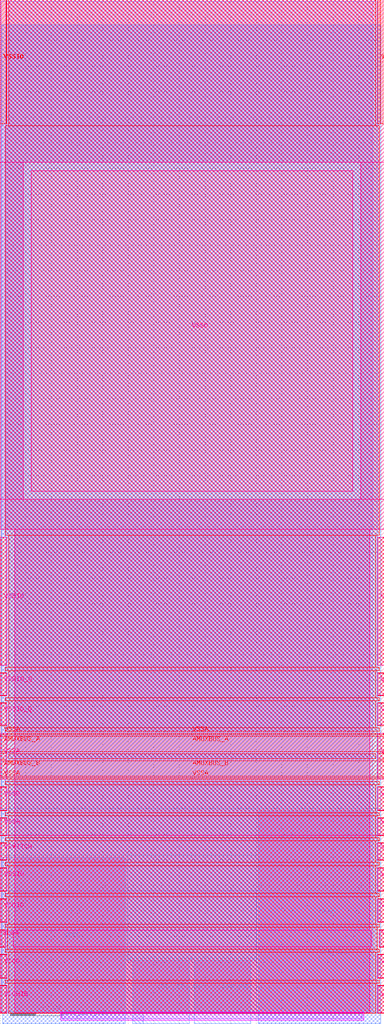
<source format=lef>
VERSION 5.7 ;
  NOWIREEXTENSIONATPIN ON ;
  DIVIDERCHAR "/" ;
  BUSBITCHARS "[]" ;
MACRO sky130_ef_io__vssd_hvc_pad
  CLASS PAD POWER ;
  FOREIGN sky130_ef_io__vssd_hvc_pad ;
  ORIGIN 0.000 0.000 ;
  SIZE 75.000 BY 197.965 ;
  PIN AMUXBUS_A
    DIRECTION INOUT ;
    USE SIGNAL ;
    PORT
      LAYER met4 ;
        RECT 0.000 51.090 75.000 54.070 ;
    END
    PORT
      LAYER met4 ;
        RECT 0.000 51.090 1.270 54.070 ;
    END
  END AMUXBUS_A
  PIN AMUXBUS_B
    DIRECTION INOUT ;
    USE SIGNAL ;
    PORT
      LAYER met4 ;
        RECT 0.000 46.330 75.000 49.310 ;
    END
    PORT
      LAYER met4 ;
        RECT 0.000 46.330 1.270 49.310 ;
    END
  END AMUXBUS_B
  PIN DRN_HVC
    DIRECTION INOUT ;
    USE POWER ;
    PORT
      LAYER met2 ;
        RECT 50.390 -2.035 74.290 23.625 ;
    END
    PORT
      LAYER met3 ;
        RECT 37.890 -2.035 48.890 10.345 ;
    END
  END DRN_HVC
  PIN SRC_BDY_HVC
    DIRECTION INOUT ;
    USE GROUND ;
    PORT
      LAYER met2 ;
        RECT 0.495 -2.035 24.395 0.020 ;
    END
    PORT
      LAYER met3 ;
        RECT 25.895 -2.035 36.895 10.390 ;
    END
  END SRC_BDY_HVC
  PIN VSSA
    DIRECTION INOUT ;
    USE GROUND ;
    PORT
      LAYER met5 ;
        RECT 73.730 45.700 75.000 54.700 ;
    END
    PORT
      LAYER met5 ;
        RECT 73.730 34.805 75.000 38.050 ;
    END
    PORT
      LAYER met5 ;
        RECT 0.000 45.700 1.270 54.700 ;
    END
    PORT
      LAYER met5 ;
        RECT 0.000 34.805 1.270 38.050 ;
    END
    PORT
      LAYER met4 ;
        RECT 73.730 49.610 75.000 50.790 ;
    END
    PORT
      LAYER met4 ;
        RECT 0.000 54.370 75.000 54.700 ;
    END
    PORT
      LAYER met4 ;
        RECT 0.000 45.700 75.000 46.030 ;
    END
    PORT
      LAYER met4 ;
        RECT 73.730 34.700 75.000 38.150 ;
    END
    PORT
      LAYER met4 ;
        RECT 0.000 45.700 1.270 46.030 ;
    END
    PORT
      LAYER met4 ;
        RECT 0.000 49.610 1.270 50.790 ;
    END
    PORT
      LAYER met4 ;
        RECT 0.000 54.370 1.270 54.700 ;
    END
    PORT
      LAYER met4 ;
        RECT 0.000 34.700 1.270 38.150 ;
    END
  END VSSA
  PIN VDDA
    DIRECTION INOUT ;
    USE POWER ;
    PORT
      LAYER met5 ;
        RECT 74.035 13.000 75.000 16.250 ;
    END
    PORT
      LAYER met5 ;
        RECT 0.000 13.000 0.965 16.250 ;
    END
    PORT
      LAYER met4 ;
        RECT 74.035 12.900 75.000 16.350 ;
    END
    PORT
      LAYER met4 ;
        RECT 0.000 12.900 0.965 16.350 ;
    END
  END VDDA
  PIN VSWITCH
    DIRECTION INOUT ;
    USE POWER ;
    PORT
      LAYER met5 ;
        RECT 73.730 29.950 75.000 33.200 ;
    END
    PORT
      LAYER met5 ;
        RECT 0.000 29.950 1.270 33.200 ;
    END
    PORT
      LAYER met4 ;
        RECT 73.730 29.850 75.000 33.300 ;
    END
    PORT
      LAYER met4 ;
        RECT 0.000 29.850 1.270 33.300 ;
    END
  END VSWITCH
  PIN VDDIO_Q
    DIRECTION INOUT ;
    USE POWER ;
    PORT
      LAYER met5 ;
        RECT 73.730 62.150 75.000 66.400 ;
    END
    PORT
      LAYER met5 ;
        RECT 0.000 62.150 1.270 66.400 ;
    END
    PORT
      LAYER met4 ;
        RECT 73.730 62.050 75.000 66.500 ;
    END
    PORT
      LAYER met4 ;
        RECT 0.000 62.050 1.270 66.500 ;
    END
  END VDDIO_Q
  PIN VCCHIB
    DIRECTION INOUT ;
    USE POWER ;
    PORT
      LAYER met5 ;
        RECT 73.730 0.100 75.000 5.350 ;
    END
    PORT
      LAYER met5 ;
        RECT 0.000 0.100 1.270 5.350 ;
    END
    PORT
      LAYER met4 ;
        RECT 73.730 0.000 75.000 5.450 ;
    END
    PORT
      LAYER met4 ;
        RECT 0.000 0.000 1.270 5.450 ;
    END
  END VCCHIB
  PIN VDDIO
    DIRECTION INOUT ;
    USE POWER ;
    PORT
      LAYER met5 ;
        RECT 73.730 68.000 75.000 92.950 ;
    END
    PORT
      LAYER met5 ;
        RECT 73.730 17.850 75.000 22.300 ;
    END
    PORT
      LAYER met5 ;
        RECT 0.000 68.000 1.270 92.950 ;
    END
    PORT
      LAYER met5 ;
        RECT 0.000 17.850 1.270 22.300 ;
    END
    PORT
      LAYER met4 ;
        RECT 73.730 17.750 75.000 22.400 ;
    END
    PORT
      LAYER met4 ;
        RECT 73.730 68.000 75.000 92.965 ;
    END
    PORT
      LAYER met4 ;
        RECT 0.000 17.750 1.270 22.400 ;
    END
    PORT
      LAYER met4 ;
        RECT 0.000 68.000 1.270 92.965 ;
    END
  END VDDIO
  PIN VCCD
    DIRECTION INOUT ;
    USE POWER ;
    PORT
      LAYER met5 ;
        RECT 73.730 6.950 75.000 11.400 ;
    END
    PORT
      LAYER met5 ;
        RECT 0.000 6.950 1.270 11.400 ;
    END
    PORT
      LAYER met4 ;
        RECT 73.730 6.850 75.000 11.500 ;
    END
    PORT
      LAYER met4 ;
        RECT 0.000 6.850 1.270 11.500 ;
    END
  END VCCD
  PIN VSSIO
    DIRECTION INOUT ;
    USE GROUND ;
    PORT
      LAYER met4 ;
        RECT 0.000 173.750 1.205 197.965 ;
    END
    PORT
      LAYER met4 ;
        RECT 74.225 173.750 75.000 197.965 ;
    END
    PORT
      LAYER met5 ;
        RECT 73.730 23.900 75.000 28.350 ;
    END
    PORT
      LAYER met5 ;
        RECT 0.000 23.900 1.270 28.350 ;
    END
    PORT
      LAYER met4 ;
        RECT 73.730 23.800 75.000 28.450 ;
    END
    PORT
      LAYER met4 ;
        RECT 73.730 173.750 75.000 197.965 ;
    END
    PORT
      LAYER met4 ;
        RECT 0.000 173.750 1.270 197.965 ;
    END
    PORT
      LAYER met4 ;
        RECT 0.000 23.800 1.270 28.450 ;
    END
  END VSSIO
  PIN VSSD
    DIRECTION INOUT ;
    USE GROUND ;
    PORT
      LAYER met5 ;
        RECT 6.100 101.975 68.800 164.590 ;
    END
    PORT
      LAYER met3 ;
        RECT 0.495 -2.035 24.395 30.480 ;
    END
    PORT
      LAYER met3 ;
        RECT 50.390 -2.035 74.290 39.565 ;
    END
    PORT
      LAYER met5 ;
        RECT 73.730 39.650 75.000 44.100 ;
    END
    PORT
      LAYER met5 ;
        RECT 0.000 39.650 1.270 44.100 ;
    END
    PORT
      LAYER met4 ;
        RECT 73.730 39.550 75.000 44.200 ;
    END
    PORT
      LAYER met4 ;
        RECT 0.000 39.550 1.270 44.200 ;
    END
  END VSSD
  PIN VSSIO_Q
    DIRECTION INOUT ;
    USE GROUND ;
    PORT
      LAYER met5 ;
        RECT 73.730 56.300 75.000 60.550 ;
    END
    PORT
      LAYER met5 ;
        RECT 0.000 56.300 1.270 60.550 ;
    END
    PORT
      LAYER met4 ;
        RECT 73.730 56.200 75.000 60.650 ;
    END
    PORT
      LAYER met4 ;
        RECT 0.000 56.200 1.270 60.650 ;
    END
  END VSSIO_Q
  OBS
      LAYER nwell ;
        RECT 11.860 -1.350 70.965 0.170 ;
      LAYER li1 ;
        RECT 1.070 0.000 72.775 197.660 ;
        RECT 12.065 -0.145 13.045 0.000 ;
        RECT 69.760 -0.145 70.650 0.000 ;
        RECT 12.065 -1.035 70.650 -0.145 ;
      LAYER met1 ;
        RECT 0.185 0.000 73.620 197.690 ;
        RECT 12.035 -0.115 13.350 0.000 ;
        POLYGON 13.350 0.000 13.465 -0.115 13.350 -0.115 ;
        POLYGON 69.540 0.000 69.540 -0.115 69.425 -0.115 ;
        RECT 69.540 -0.115 70.680 0.000 ;
        RECT 12.035 -1.065 70.680 -0.115 ;
      LAYER met2 ;
        RECT 0.265 23.905 74.290 193.040 ;
        RECT 0.265 0.300 50.110 23.905 ;
        RECT 24.675 0.000 50.110 0.300 ;
        RECT 25.895 -2.035 27.895 -0.115 ;
      LAYER met3 ;
        RECT 0.240 39.965 74.290 193.065 ;
        RECT 0.240 30.880 49.990 39.965 ;
        RECT 24.795 10.790 49.990 30.880 ;
        RECT 24.795 10.345 25.495 10.790 ;
        RECT 37.295 10.745 49.990 10.790 ;
        RECT 37.295 10.345 37.490 10.745 ;
        RECT 49.290 10.345 49.990 10.745 ;
      LAYER met4 ;
        RECT 1.670 173.350 73.330 197.965 ;
        RECT 0.965 93.365 74.035 173.350 ;
        RECT 1.670 67.600 73.330 93.365 ;
        RECT 0.965 66.900 74.035 67.600 ;
        RECT 1.670 61.650 73.330 66.900 ;
        RECT 0.965 61.050 74.035 61.650 ;
        RECT 1.670 55.800 73.330 61.050 ;
        RECT 0.965 55.100 74.035 55.800 ;
        RECT 1.670 49.710 73.330 50.690 ;
        RECT 0.965 44.600 74.035 45.300 ;
        RECT 1.670 39.150 73.330 44.600 ;
        RECT 0.965 38.550 74.035 39.150 ;
        RECT 1.670 34.300 73.330 38.550 ;
        RECT 0.965 33.700 74.035 34.300 ;
        RECT 1.670 29.450 73.330 33.700 ;
        RECT 0.965 28.850 74.035 29.450 ;
        RECT 1.670 23.400 73.330 28.850 ;
        RECT 0.965 22.800 74.035 23.400 ;
        RECT 1.670 17.350 73.330 22.800 ;
        RECT 0.965 16.750 74.035 17.350 ;
        RECT 1.365 12.500 73.635 16.750 ;
        RECT 0.965 11.900 74.035 12.500 ;
        RECT 1.670 6.450 73.330 11.900 ;
        RECT 0.965 5.850 74.035 6.450 ;
        RECT 1.670 0.000 73.330 5.850 ;
      LAYER met5 ;
        RECT 0.000 166.190 75.000 197.965 ;
        RECT 0.000 100.375 4.500 166.190 ;
        RECT 70.400 100.375 75.000 166.190 ;
        RECT 0.000 94.550 75.000 100.375 ;
        RECT 2.870 34.805 72.130 94.550 ;
        RECT 0.000 34.800 75.000 34.805 ;
        RECT 2.870 16.250 72.130 34.800 ;
        RECT 2.565 13.000 72.435 16.250 ;
        RECT 2.870 0.100 72.130 13.000 ;
  END
END sky130_ef_io__vssd_hvc_pad
END LIBRARY


</source>
